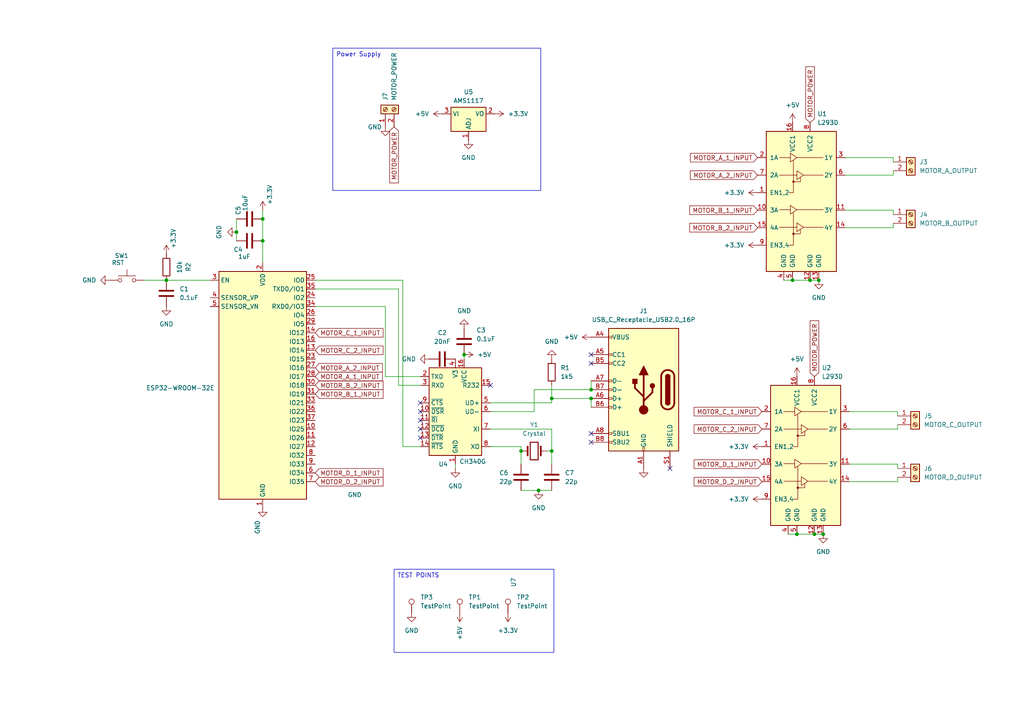
<source format=kicad_sch>
(kicad_sch (version 20250114) (generator "eeschema") (generator_version "9.0")
  (paper "A4")
  (lib_symbols
    (symbol "Connector:Screw_Terminal_01x02" (pin_names (offset 1.016) (hide yes))
      (property "Reference" "J" (at 0 2.54 0))
      (property "Value" "Screw_Terminal_01x02" (at 0 -5.08 0))
      (symbol "Screw_Terminal_01x02_1_1"
        (rectangle (start -1.27 1.27) (end 1.27 -3.81) (stroke (width 0.254)) (fill (type background)))
        (polyline (pts (xy -0.5334 0.3302) (xy 0.3302 -0.508)) (stroke (width 0.1524)))
        (polyline (pts (xy -0.5334 -2.2098) (xy 0.3302 -3.048)) (stroke (width 0.1524)))
        (polyline (pts (xy -0.3556 0.508) (xy 0.508 -0.3302)) (stroke (width 0.1524)))
        (polyline (pts (xy -0.3556 -2.032) (xy 0.508 -2.8702)) (stroke (width 0.1524)))
        (circle (center 0 0) (radius 0.635) (stroke (width 0.1524)))
        (circle (center 0 -2.54) (radius 0.635) (stroke (width 0.1524)))
        (pin passive line (at -5.08 0 0) (length 3.81) (name "Pin_1") (number "1"))
        (pin passive line (at -5.08 -2.54 0) (length 3.81) (name "Pin_2") (number "2"))
      )
    )
    (symbol "Connector:TestPoint" (pin_numbers (hide yes)) (pin_names (offset 0.762) (hide yes))
      (property "Reference" "TP" (at 0 6.858 0))
      (property "Value" "TestPoint" (at 0 5.08 0))
      (symbol "TestPoint_0_1"
        (circle (center 0 3.302) (radius 0.762))
      )
      (symbol "TestPoint_1_1"
        (pin passive line (at 0 0 90) (length 2.54) (name "1") (number "1"))
      )
    )
    (symbol "Connector:USB_C_Receptacle_USB2.0_16P" (pin_names (offset 1.016))
      (property "Reference" "J" (at 0 22.225 0))
      (property "Value" "USB_C_Receptacle_USB2.0_16P" (at 0 19.685 0))
      (symbol "USB_C_Receptacle_USB2.0_16P_0_0"
        (rectangle (start -0.254 -17.78) (end 0.254 -16.764))
        (rectangle (start 10.16 15.494) (end 9.144 14.986))
        (rectangle (start 10.16 10.414) (end 9.144 9.906))
        (rectangle (start 10.16 7.874) (end 9.144 7.366))
        (rectangle (start 10.16 2.794) (end 9.144 2.286))
        (rectangle (start 10.16 0.254) (end 9.144 -0.254))
        (rectangle (start 10.16 -2.286) (end 9.144 -2.794))
        (rectangle (start 10.16 -4.826) (end 9.144 -5.334))
        (rectangle (start 10.16 -12.446) (end 9.144 -12.954))
        (rectangle (start 10.16 -14.986) (end 9.144 -15.494))
      )
      (symbol "USB_C_Receptacle_USB2.0_16P_0_1"
        (rectangle (start -10.16 17.78) (end 10.16 -17.78) (stroke (width 0.254)) (fill (type background)))
        (polyline (pts (xy -8.89 -3.81) (xy -8.89 3.81)) (stroke (width 0.508)))
        (rectangle (start -7.62 -3.81) (end -6.35 3.81) (stroke (width 0.254)) (fill (type outline)))
        (arc (start -7.62 3.81) (mid -6.985 4.4423) (end -6.35 3.81) (stroke (width 0.254)))
        (arc (start -7.62 3.81) (mid -6.985 4.4423) (end -6.35 3.81) (stroke (width 0.254)) (fill (type outline)))
        (arc (start -8.89 3.81) (mid -6.985 5.7067) (end -5.08 3.81) (stroke (width 0.508)))
        (arc (start -5.08 -3.81) (mid -6.985 -5.7067) (end -8.89 -3.81) (stroke (width 0.508)))
        (arc (start -6.35 -3.81) (mid -6.985 -4.4423) (end -7.62 -3.81) (stroke (width 0.254)))
        (arc (start -6.35 -3.81) (mid -6.985 -4.4423) (end -7.62 -3.81) (stroke (width 0.254)) (fill (type outline)))
        (polyline (pts (xy -5.08 3.81) (xy -5.08 -3.81)) (stroke (width 0.508)))
        (circle (center -2.54 1.143) (radius 0.635) (stroke (width 0.254)) (fill (type outline)))
        (polyline (pts (xy -1.27 4.318) (xy 0 6.858) (xy 1.27 4.318) (xy -1.27 4.318)) (stroke (width 0.254)) (fill (type outline)))
        (polyline (pts (xy 0 -2.032) (xy 2.54 0.508) (xy 2.54 1.778)) (stroke (width 0.508)))
        (polyline (pts (xy 0 -3.302) (xy -2.54 -0.762) (xy -2.54 0.508)) (stroke (width 0.508)))
        (polyline (pts (xy 0 -5.842) (xy 0 4.318)) (stroke (width 0.508)))
        (circle (center 0 -5.842) (radius 1.27) (fill (type outline)))
        (rectangle (start 1.905 1.778) (end 3.175 3.048) (stroke (width 0.254)) (fill (type outline)))
      )
      (symbol "USB_C_Receptacle_USB2.0_16P_1_1"
        (pin passive line (at -7.62 -22.86 90) (length 5.08) (name "SHIELD") (number "S1"))
        (pin passive line (at 0 -22.86 90) (length 5.08) (name "GND") (number "A1"))
        (pin passive line (at 0 -22.86 90) (length 5.08) (hide yes) (name "GND") (number "A12"))
        (pin passive line (at 0 -22.86 90) (length 5.08) (hide yes) (name "GND") (number "B1"))
        (pin passive line (at 0 -22.86 90) (length 5.08) (hide yes) (name "GND") (number "B12"))
        (pin passive line (at 15.24 15.24 180) (length 5.08) (name "VBUS") (number "A4"))
        (pin passive line (at 15.24 15.24 180) (length 5.08) (hide yes) (name "VBUS") (number "A9"))
        (pin passive line (at 15.24 15.24 180) (length 5.08) (hide yes) (name "VBUS") (number "B4"))
        (pin passive line (at 15.24 15.24 180) (length 5.08) (hide yes) (name "VBUS") (number "B9"))
        (pin bidirectional line (at 15.24 10.16 180) (length 5.08) (name "CC1") (number "A5"))
        (pin bidirectional line (at 15.24 7.62 180) (length 5.08) (name "CC2") (number "B5"))
        (pin bidirectional line (at 15.24 2.54 180) (length 5.08) (name "D-") (number "A7"))
        (pin bidirectional line (at 15.24 0 180) (length 5.08) (name "D-") (number "B7"))
        (pin bidirectional line (at 15.24 -2.54 180) (length 5.08) (name "D+") (number "A6"))
        (pin bidirectional line (at 15.24 -5.08 180) (length 5.08) (name "D+") (number "B6"))
        (pin bidirectional line (at 15.24 -12.7 180) (length 5.08) (name "SBU1") (number "A8"))
        (pin bidirectional line (at 15.24 -15.24 180) (length 5.08) (name "SBU2") (number "B8"))
      )
    )
    (symbol "Device:C" (pin_numbers (hide yes)) (pin_names (offset 0.254))
      (property "Reference" "C" (at 0.635 2.54 0))
      (property "Value" "C" (at 0.635 -2.54 0))
      (symbol "C_0_1"
        (polyline (pts (xy -2.032 0.762) (xy 2.032 0.762)) (stroke (width 0.508)))
        (polyline (pts (xy -2.032 -0.762) (xy 2.032 -0.762)) (stroke (width 0.508)))
      )
      (symbol "C_1_1"
        (pin passive line (at 0 3.81 270) (length 2.794) (name "~") (number "1"))
        (pin passive line (at 0 -3.81 90) (length 2.794) (name "~") (number "2"))
      )
    )
    (symbol "Device:Crystal" (pin_numbers (hide yes)) (pin_names (offset 1.016) (hide yes))
      (property "Reference" "Y" (at 0 3.81 0))
      (property "Value" "Crystal" (at 0 -3.81 0))
      (symbol "Crystal_0_1"
        (polyline (pts (xy -2.54 0) (xy -1.905 0)))
        (polyline (pts (xy -1.905 -1.27) (xy -1.905 1.27)) (stroke (width 0.508)))
        (rectangle (start -1.143 2.54) (end 1.143 -2.54) (stroke (width 0.3048)))
        (polyline (pts (xy 1.905 -1.27) (xy 1.905 1.27)) (stroke (width 0.508)))
        (polyline (pts (xy 2.54 0) (xy 1.905 0)))
      )
      (symbol "Crystal_1_1"
        (pin passive line (at -3.81 0 0) (length 1.27) (name "1") (number "1"))
        (pin passive line (at 3.81 0 180) (length 1.27) (name "2") (number "2"))
      )
    )
    (symbol "Device:R" (pin_numbers (hide yes)) (pin_names (offset 0))
      (property "Reference" "R" (at 2.032 0 90))
      (property "Value" "R" (at 0 0 90))
      (symbol "R_0_1"
        (rectangle (start -1.016 -2.54) (end 1.016 2.54) (stroke (width 0.254)))
      )
      (symbol "R_1_1"
        (pin passive line (at 0 3.81 270) (length 1.27) (name "~") (number "1"))
        (pin passive line (at 0 -3.81 90) (length 1.27) (name "~") (number "2"))
      )
    )
    (symbol "Driver_Motor:L293D" (pin_names (offset 1.016))
      (property "Reference" "U" (at -5.08 26.035 0))
      (property "Value" "L293D" (at -5.08 24.13 0))
      (symbol "L293D_0_1"
        (rectangle (start -10.16 22.86) (end 10.16 -17.78) (stroke (width 0.254)) (fill (type background)))
        (polyline (pts (xy -6.35 15.24) (xy -3.175 15.24)))
        (polyline (pts (xy -6.35 10.16) (xy -1.27 10.16)))
        (polyline (pts (xy -6.35 0.127) (xy -3.175 0.127)))
        (polyline (pts (xy -6.35 -4.953) (xy -1.27 -4.953)))
        (polyline (pts (xy -3.175 16.51) (xy -3.175 13.97) (xy -1.27 15.24) (xy -3.175 16.51)))
        (polyline (pts (xy -3.175 1.397) (xy -3.175 -1.143) (xy -1.27 0.127) (xy -3.175 1.397)))
        (polyline (pts (xy -2.286 14.478) (xy -2.286 5.08) (xy -3.556 5.08)))
        (circle (center -2.286 8.255) (radius 0.254) (fill (type outline)))
        (polyline (pts (xy -2.286 8.255) (xy -0.254 8.255) (xy -0.254 9.525)))
        (polyline (pts (xy -2.286 -0.635) (xy -2.286 -10.16) (xy -3.556 -10.16)))
        (circle (center -2.286 -6.858) (radius 0.254) (fill (type outline)))
        (polyline (pts (xy -2.286 -6.858) (xy -0.254 -6.858) (xy -0.254 -5.588)))
        (polyline (pts (xy -1.27 15.24) (xy 6.35 15.24)))
        (polyline (pts (xy -1.27 11.43) (xy -1.27 8.89) (xy 0.635 10.16) (xy -1.27 11.43)))
        (polyline (pts (xy -1.27 0.127) (xy 6.35 0.127)))
        (polyline (pts (xy -1.27 -3.683) (xy -1.27 -6.223) (xy 0.635 -4.953) (xy -1.27 -3.683)))
        (polyline (pts (xy 0.635 10.16) (xy 6.35 10.16)))
        (polyline (pts (xy 0.635 -4.953) (xy 6.35 -4.953)))
      )
      (symbol "L293D_1_1"
        (pin input line (at -12.7 15.24 0) (length 2.54) (name "1A") (number "2"))
        (pin input line (at -12.7 10.16 0) (length 2.54) (name "2A") (number "7"))
        (pin input line (at -12.7 5.08 0) (length 2.54) (name "EN1,2") (number "1"))
        (pin input line (at -12.7 0 0) (length 2.54) (name "3A") (number "10"))
        (pin input line (at -12.7 -5.08 0) (length 2.54) (name "4A") (number "15"))
        (pin input line (at -12.7 -10.16 0) (length 2.54) (name "EN3,4") (number "9"))
        (pin power_in line (at -5.08 -20.32 90) (length 2.54) (name "GND") (number "4"))
        (pin power_in line (at -2.54 25.4 270) (length 2.54) (name "VCC1") (number "16"))
        (pin power_in line (at -2.54 -20.32 90) (length 2.54) (name "GND") (number "5"))
        (pin power_in line (at 2.54 25.4 270) (length 2.54) (name "VCC2") (number "8"))
        (pin power_in line (at 2.54 -20.32 90) (length 2.54) (name "GND") (number "12"))
        (pin power_in line (at 5.08 -20.32 90) (length 2.54) (name "GND") (number "13"))
        (pin output line (at 12.7 15.24 180) (length 2.54) (name "1Y") (number "3"))
        (pin output line (at 12.7 10.16 180) (length 2.54) (name "2Y") (number "6"))
        (pin output line (at 12.7 0 180) (length 2.54) (name "3Y") (number "11"))
        (pin output line (at 12.7 -5.08 180) (length 2.54) (name "4Y") (number "14"))
      )
    )
    (symbol "Interface_USB:CH340G"
      (property "Reference" "U" (at -5.08 13.97 0))
      (property "Value" "CH340G" (at 1.27 13.97 0))
      (symbol "CH340G_0_1"
        (rectangle (start -7.62 12.7) (end 7.62 -12.7) (stroke (width 0.254)) (fill (type background)))
      )
      (symbol "CH340G_1_1"
        (pin input line (at -10.16 7.62 0) (length 2.54) (name "R232") (number "15"))
        (pin bidirectional line (at -10.16 2.54 0) (length 2.54) (name "UD+") (number "5"))
        (pin bidirectional line (at -10.16 0 0) (length 2.54) (name "UD-") (number "6"))
        (pin input line (at -10.16 -5.08 0) (length 2.54) (name "XI") (number "7"))
        (pin output line (at -10.16 -10.16 0) (length 2.54) (name "XO") (number "8"))
        (pin power_in line (at -2.54 15.24 270) (length 2.54) (name "VCC") (number "16"))
        (pin power_out line (at 0 15.24 270) (length 2.54) (name "V3") (number "4"))
        (pin power_in line (at 0 -15.24 90) (length 2.54) (name "GND") (number "1"))
        (pin output line (at 10.16 10.16 180) (length 2.54) (name "TXD") (number "2"))
        (pin input line (at 10.16 7.62 180) (length 2.54) (name "RXD") (number "3"))
        (pin input line (at 10.16 2.54 180) (length 2.54) (name "~{CTS}") (number "9"))
        (pin input line (at 10.16 0 180) (length 2.54) (name "~{DSR}") (number "10"))
        (pin input line (at 10.16 -2.54 180) (length 2.54) (name "~{RI}") (number "11"))
        (pin input line (at 10.16 -5.08 180) (length 2.54) (name "~{DCD}") (number "12"))
        (pin output line (at 10.16 -7.62 180) (length 2.54) (name "~{DTR}") (number "13"))
        (pin output line (at 10.16 -10.16 180) (length 2.54) (name "~{RTS}") (number "14"))
      )
    )
    (symbol "RF_Module:ESP32-WROOM-32E"
      (property "Reference" "U" (at -12.7 34.29 0))
      (property "Value" "ESP32-WROOM-32E" (at 1.27 34.29 0))
      (symbol "ESP32-WROOM-32E_0_1"
        (rectangle (start -12.7 33.02) (end 12.7 -33.02) (stroke (width 0.254)) (fill (type background)))
      )
      (symbol "ESP32-WROOM-32E_1_1"
        (pin input line (at -15.24 30.48 0) (length 2.54) (name "EN") (number "3"))
        (pin input line (at -15.24 25.4 0) (length 2.54) (name "SENSOR_VP") (number "4"))
        (pin input line (at -15.24 22.86 0) (length 2.54) (name "SENSOR_VN") (number "5"))
        (pin no_connect line (at -12.7 0 0) (length 2.54) (hide yes) (name "NC") (number "21"))
        (pin no_connect line (at -12.7 -2.54 0) (length 2.54) (hide yes) (name "NC") (number "22"))
        (pin no_connect line (at -12.7 -5.08 0) (length 2.54) (hide yes) (name "NC") (number "17"))
        (pin no_connect line (at -12.7 -7.62 0) (length 2.54) (hide yes) (name "NC") (number "18"))
        (pin no_connect line (at -12.7 -10.16 0) (length 2.54) (hide yes) (name "NC") (number "20"))
        (pin no_connect line (at -12.7 -12.7 0) (length 2.54) (hide yes) (name "NC") (number "19"))
        (pin no_connect line (at -12.7 -27.94 0) (length 2.54) (hide yes) (name "NC") (number "32"))
        (pin power_in line (at 0 35.56 270) (length 2.54) (name "VDD") (number "2"))
        (pin power_in line (at 0 -35.56 90) (length 2.54) (name "GND") (number "1"))
        (pin passive line (at 0 -35.56 90) (length 2.54) (hide yes) (name "GND") (number "15"))
        (pin passive line (at 0 -35.56 90) (length 2.54) (hide yes) (name "GND") (number "38"))
        (pin passive line (at 0 -35.56 90) (length 2.54) (hide yes) (name "GND") (number "39"))
        (pin bidirectional line (at 15.24 30.48 180) (length 2.54) (name "IO0") (number "25"))
        (pin bidirectional line (at 15.24 27.94 180) (length 2.54) (name "TXD0/IO1") (number "35"))
        (pin bidirectional line (at 15.24 25.4 180) (length 2.54) (name "IO2") (number "24"))
        (pin bidirectional line (at 15.24 22.86 180) (length 2.54) (name "RXD0/IO3") (number "34"))
        (pin bidirectional line (at 15.24 20.32 180) (length 2.54) (name "IO4") (number "26"))
        (pin bidirectional line (at 15.24 17.78 180) (length 2.54) (name "IO5") (number "29"))
        (pin bidirectional line (at 15.24 15.24 180) (length 2.54) (name "IO12") (number "14"))
        (pin bidirectional line (at 15.24 12.7 180) (length 2.54) (name "IO13") (number "16"))
        (pin bidirectional line (at 15.24 10.16 180) (length 2.54) (name "IO14") (number "13"))
        (pin bidirectional line (at 15.24 7.62 180) (length 2.54) (name "IO15") (number "23"))
        (pin bidirectional line (at 15.24 5.08 180) (length 2.54) (name "IO16") (number "27"))
        (pin bidirectional line (at 15.24 2.54 180) (length 2.54) (name "IO17") (number "28"))
        (pin bidirectional line (at 15.24 0 180) (length 2.54) (name "IO18") (number "30"))
        (pin bidirectional line (at 15.24 -2.54 180) (length 2.54) (name "IO19") (number "31"))
        (pin bidirectional line (at 15.24 -5.08 180) (length 2.54) (name "IO21") (number "33"))
        (pin bidirectional line (at 15.24 -7.62 180) (length 2.54) (name "IO22") (number "36"))
        (pin bidirectional line (at 15.24 -10.16 180) (length 2.54) (name "IO23") (number "37"))
        (pin bidirectional line (at 15.24 -12.7 180) (length 2.54) (name "IO25") (number "10"))
        (pin bidirectional line (at 15.24 -15.24 180) (length 2.54) (name "IO26") (number "11"))
        (pin bidirectional line (at 15.24 -17.78 180) (length 2.54) (name "IO27") (number "12"))
        (pin bidirectional line (at 15.24 -20.32 180) (length 2.54) (name "IO32") (number "8"))
        (pin bidirectional line (at 15.24 -22.86 180) (length 2.54) (name "IO33") (number "9"))
        (pin input line (at 15.24 -25.4 180) (length 2.54) (name "IO34") (number "6"))
        (pin input line (at 15.24 -27.94 180) (length 2.54) (name "IO35") (number "7"))
      )
    )
    (symbol "Regulator_Linear:AMS1117"
      (property "Reference" "U" (at -3.81 3.175 0))
      (property "Value" "AMS1117" (at 0 3.175 0))
      (symbol "AMS1117_0_1"
        (rectangle (start -5.08 -5.08) (end 5.08 1.905) (stroke (width 0.254)) (fill (type background)))
      )
      (symbol "AMS1117_1_1"
        (pin power_in line (at -7.62 0 0) (length 2.54) (name "VI") (number "3"))
        (pin input line (at 0 -7.62 90) (length 2.54) (name "ADJ") (number "1"))
        (pin power_out line (at 7.62 0 180) (length 2.54) (name "VO") (number "2"))
      )
    )
    (symbol "Switch:SW_Push" (pin_numbers (hide yes)) (pin_names (offset 1.016) (hide yes))
      (property "Reference" "SW" (at 1.27 2.54 0))
      (property "Value" "SW_Push" (at 0 -1.524 0))
      (symbol "SW_Push_0_1"
        (circle (center -2.032 0) (radius 0.508))
        (polyline (pts (xy 0 1.27) (xy 0 3.048)))
        (circle (center 2.032 0) (radius 0.508))
        (polyline (pts (xy 2.54 1.27) (xy -2.54 1.27)))
        (pin passive line (at -5.08 0 0) (length 2.54) (name "1") (number "1"))
        (pin passive line (at 5.08 0 180) (length 2.54) (name "2") (number "2"))
      )
    )
    (symbol "power:+3.3V" (power) (pin_numbers (hide yes)) (pin_names (offset 0) (hide yes))
      (property "Value" "+3.3V" (at 0 3.556 0))
      (symbol "+3.3V_0_1"
        (polyline (pts (xy -0.762 1.27) (xy 0 2.54)))
        (polyline (pts (xy 0 2.54) (xy 0.762 1.27)))
        (polyline (pts (xy 0 0) (xy 0 2.54)))
      )
      (symbol "+3.3V_1_1"
        (pin power_in line (at 0 0 90) (length 0) (name "~") (number "1"))
      )
    )
    (symbol "power:+5V" (power) (pin_numbers (hide yes)) (pin_names (offset 0) (hide yes))
      (property "Value" "+5V" (at 0 3.556 0))
      (symbol "+5V_0_1"
        (polyline (pts (xy -0.762 1.27) (xy 0 2.54)))
        (polyline (pts (xy 0 2.54) (xy 0.762 1.27)))
        (polyline (pts (xy 0 0) (xy 0 2.54)))
      )
      (symbol "+5V_1_1"
        (pin power_in line (at 0 0 90) (length 0) (name "~") (number "1"))
      )
    )
    (symbol "power:GND" (power) (pin_numbers (hide yes)) (pin_names (offset 0) (hide yes))
      (property "Value" "GND" (at 0 -3.81 0))
      (symbol "GND_0_1"
        (polyline (pts (xy 0 0) (xy 0 -1.27) (xy 1.27 -1.27) (xy 0 -2.54) (xy -1.27 -1.27) (xy 0 -1.27)))
      )
      (symbol "GND_1_1"
        (pin power_in line (at 0 0 270) (length 0) (name "~") (number "1"))
      )
    )
  )
  (text_box "TEST POINTS\n" (at 114.3 165.1 0) (size 46.355 24.13) (margins 0.9525 0.9525 0.9525 0.9525) (effects (font (size 1.27 1.27)) (justify left top)))
  (text_box "Power Supply\n" (at 96.52 13.97 0) (size 60.325 41.275) (margins 0.9525 0.9525 0.9525 0.9525) (effects (font (size 1.27 1.27)) (justify left top)))
  (junction (at 236.22 154.94))
  (junction (at 231.14 154.94))
  (junction (at 229.87 81.28))
  (junction (at 48.26 81.28))
  (junction (at 160.02 115.57))
  (junction (at 68.58 67.31))
  (junction (at 234.95 81.28))
  (junction (at 134.62 102.87))
  (junction (at 171.45 115.57))
  (junction (at 238.76 154.94))
  (junction (at 160.02 130.81))
  (junction (at 151.13 130.81))
  (junction (at 156.21 142.24))
  (junction (at 76.2 69.85))
  (junction (at 76.2 63.5))
  (junction (at 237.49 81.28))
  (junction (at 171.45 113.03))
  (no_connect (at 121.92 116.84))
  (no_connect (at 142.24 111.76))
  (no_connect (at 171.45 105.41))
  (no_connect (at 121.92 121.92))
  (no_connect (at 121.92 124.46))
  (no_connect (at 171.45 125.73))
  (no_connect (at 171.45 128.27))
  (no_connect (at 121.92 119.38))
  (no_connect (at 171.45 102.87))
  (no_connect (at 121.92 127))
  (no_connect (at 194.31 135.89))
  (wire (pts (xy 41.91 81.28) (xy 48.26 81.28)))
  (wire (pts (xy 154.94 113.03) (xy 171.45 113.03)))
  (wire (pts (xy 151.13 130.81) (xy 151.13 134.62)))
  (wire (pts (xy 48.26 81.28) (xy 60.96 81.28)))
  (wire (pts (xy 227.33 81.28) (xy 229.87 81.28)))
  (wire (pts (xy 260.35 134.62) (xy 260.35 135.89)))
  (wire (pts (xy 259.08 46.99) (xy 259.08 45.72)))
  (wire (pts (xy 154.94 119.38) (xy 154.94 113.03)))
  (wire (pts (xy 245.11 60.96) (xy 259.08 60.96)))
  (wire (pts (xy 260.35 119.38) (xy 260.35 120.65)))
  (wire (pts (xy 259.08 45.72) (xy 245.11 45.72)))
  (wire (pts (xy 160.02 130.81) (xy 160.02 134.62)))
  (wire (pts (xy 259.08 60.96) (xy 259.08 62.23)))
  (wire (pts (xy 228.6 154.94) (xy 231.14 154.94)))
  (wire (pts (xy 151.13 129.54) (xy 151.13 130.81)))
  (wire (pts (xy 160.02 111.76) (xy 160.02 115.57)))
  (wire (pts (xy 245.11 66.04) (xy 259.08 66.04)))
  (wire (pts (xy 111.76 88.9) (xy 91.44 88.9)))
  (wire (pts (xy 160.02 115.57) (xy 171.45 115.57)))
  (wire (pts (xy 160.02 116.84) (xy 160.02 115.57)))
  (wire (pts (xy 245.11 50.8) (xy 259.08 50.8)))
  (wire (pts (xy 160.02 130.81) (xy 158.75 130.81)))
  (wire (pts (xy 116.84 129.54) (xy 116.84 81.28)))
  (wire (pts (xy 68.58 63.5) (xy 68.58 67.31)))
  (wire (pts (xy 134.62 102.87) (xy 134.62 104.14)))
  (wire (pts (xy 76.2 60.96) (xy 76.2 63.5)))
  (wire (pts (xy 234.95 81.28) (xy 237.49 81.28)))
  (wire (pts (xy 121.92 109.22) (xy 111.76 109.22)))
  (wire (pts (xy 68.58 67.31) (xy 68.58 69.85)))
  (wire (pts (xy 76.2 63.5) (xy 76.2 69.85)))
  (wire (pts (xy 115.57 83.82) (xy 91.44 83.82)))
  (wire (pts (xy 231.14 154.94) (xy 236.22 154.94)))
  (wire (pts (xy 156.21 142.24) (xy 160.02 142.24)))
  (wire (pts (xy 246.38 124.46) (xy 260.35 124.46)))
  (wire (pts (xy 229.87 81.28) (xy 234.95 81.28)))
  (wire (pts (xy 76.2 69.85) (xy 76.2 76.2)))
  (wire (pts (xy 151.13 142.24) (xy 156.21 142.24)))
  (wire (pts (xy 121.92 129.54) (xy 116.84 129.54)))
  (wire (pts (xy 115.57 111.76) (xy 115.57 83.82)))
  (wire (pts (xy 116.84 81.28) (xy 91.44 81.28)))
  (wire (pts (xy 246.38 139.7) (xy 260.35 139.7)))
  (wire (pts (xy 259.08 50.8) (xy 259.08 49.53)))
  (wire (pts (xy 259.08 66.04) (xy 259.08 64.77)))
  (wire (pts (xy 246.38 134.62) (xy 260.35 134.62)))
  (wire (pts (xy 260.35 124.46) (xy 260.35 123.19)))
  (wire (pts (xy 160.02 124.46) (xy 160.02 130.81)))
  (wire (pts (xy 171.45 115.57) (xy 171.45 118.11)))
  (wire (pts (xy 142.24 129.54) (xy 151.13 129.54)))
  (wire (pts (xy 142.24 124.46) (xy 160.02 124.46)))
  (wire (pts (xy 142.24 116.84) (xy 160.02 116.84)))
  (wire (pts (xy 171.45 110.49) (xy 171.45 113.03)))
  (wire (pts (xy 121.92 111.76) (xy 115.57 111.76)))
  (wire (pts (xy 111.76 109.22) (xy 111.76 88.9)))
  (wire (pts (xy 236.22 154.94) (xy 238.76 154.94)))
  (wire (pts (xy 260.35 139.7) (xy 260.35 138.43)))
  (wire (pts (xy 132.08 135.89) (xy 132.08 134.62)))
  (wire (pts (xy 246.38 119.38) (xy 260.35 119.38)))
  (wire (pts (xy 142.24 119.38) (xy 154.94 119.38)))
  (global_label "MOTOR_A_1_INPUT" (shape input) (at 91.44 109.22 0) (property "Intersheetrefs" "${INTERSHEET_REFS}" (effects (hide yes))))
  (global_label "MOTOR_D_1_INPUT" (shape input) (at 91.44 137.16 0) (property "Intersheetrefs" "${INTERSHEET_REFS}" (effects (hide yes))))
  (global_label "MOTOR_D_2_INPUT" (shape input) (at 91.44 139.7 0) (property "Intersheetrefs" "${INTERSHEET_REFS}" (effects (hide yes))))
  (global_label "MOTOR_POWER" (shape input) (at 114.3 36.83 270) (property "Intersheetrefs" "${INTERSHEET_REFS}" (effects (hide yes))))
  (global_label "MOTOR_D_2_INPUT" (shape input) (at 220.98 139.7 180) (property "Intersheetrefs" "${INTERSHEET_REFS}" (effects (hide yes))))
  (global_label "MOTOR_C_2_INPUT" (shape input) (at 91.44 101.6 0) (property "Intersheetrefs" "${INTERSHEET_REFS}" (effects (hide yes))))
  (global_label "MOTOR_POWER" (shape input) (at 234.95 35.56 90) (property "Intersheetrefs" "${INTERSHEET_REFS}" (effects (hide yes))))
  (global_label "MOTOR_A_1_INPUT" (shape input) (at 219.71 45.72 180) (property "Intersheetrefs" "${INTERSHEET_REFS}" (effects (hide yes))))
  (global_label "MOTOR_B_2_INPUT" (shape input) (at 219.71 66.04 180) (property "Intersheetrefs" "${INTERSHEET_REFS}" (effects (hide yes))))
  (global_label "MOTOR_POWER" (shape input) (at 236.22 109.22 90) (property "Intersheetrefs" "${INTERSHEET_REFS}" (effects (hide yes))))
  (global_label "MOTOR_B_1_INPUT" (shape input) (at 219.71 60.96 180) (property "Intersheetrefs" "${INTERSHEET_REFS}" (effects (hide yes))))
  (global_label "MOTOR_C_1_INPUT" (shape input) (at 91.44 96.52 0) (property "Intersheetrefs" "${INTERSHEET_REFS}" (effects (hide yes))))
  (global_label "MOTOR_A_2_INPUT" (shape input) (at 91.44 106.68 0) (property "Intersheetrefs" "${INTERSHEET_REFS}" (effects (hide yes))))
  (global_label "MOTOR_B_1_INPUT" (shape input) (at 91.44 114.3 0) (property "Intersheetrefs" "${INTERSHEET_REFS}" (effects (hide yes))))
  (global_label "MOTOR_C_1_INPUT" (shape input) (at 220.98 119.38 180) (property "Intersheetrefs" "${INTERSHEET_REFS}" (effects (hide yes))))
  (global_label "MOTOR_B_2_INPUT" (shape input) (at 91.44 111.76 0) (property "Intersheetrefs" "${INTERSHEET_REFS}" (effects (hide yes))))
  (global_label "MOTOR_D_1_INPUT" (shape input) (at 220.98 134.62 180) (property "Intersheetrefs" "${INTERSHEET_REFS}" (effects (hide yes))))
  (global_label "MOTOR_C_2_INPUT" (shape input) (at 220.98 124.46 180) (property "Intersheetrefs" "${INTERSHEET_REFS}" (effects (hide yes))))
  (global_label "MOTOR_A_2_INPUT" (shape input) (at 219.71 50.8 180) (property "Intersheetrefs" "${INTERSHEET_REFS}" (effects (hide yes))))
  (symbol (lib_id "Driver_Motor:L293D") (at 233.68 134.62 0) (unit 1)
    (property "Reference" "U2" (at 238.3633 106.68 0) (effects (justify left)))
    (property "Value" "L293D" (at 238.3633 109.22 0) (effects (justify left)))
    (property "Footprint" "Package_DIP:DIP-16_W7.62mm_Socket" (effects (hide yes)))
    (property "Datasheet" "http://www.ti.com/lit/ds/symlink/l293.pdf" (effects (hide yes)))
    (property "Description" "Quadruple Half-H Drivers" (effects (hide yes)))
  )
  (symbol (lib_id "power:GND") (at 124.46 104.14 270) (unit 1)
    (property "Reference" "#PWR019" (effects (hide yes)))
    (property "Value" "GND" (at 120.65 104.1399 90) (effects (justify right)))
    (property "Description" "Power symbol creates a global label with name \"GND\" , ground" (effects (hide yes)))
  )
  (symbol (lib_id "power:+5V") (at 133.35 177.8 0) (mirror x) (unit 1)
    (property "Reference" "#PWR023" (effects (hide yes)))
    (property "Value" "+5V" (at 133.3501 181.61 90) (effects (justify left)))
    (property "Description" "Power symbol creates a global label with name \"+5V\"" (effects (hide yes)))
  )
  (symbol (lib_id "RF_Module:ESP32-WROOM-32E") (at 76.2 111.76 0) (unit 1)
    (property "Reference" "U7" (at 148.9554 168.91 90))
    (property "Value" "ESP32-WROOM-32E" (at 52.324 112.522 0))
    (property "Footprint" "RF_Module:ESP32-WROOM-32D" (effects (hide yes)))
    (property "Datasheet" "https://www.espressif.com/sites/default/files/documentation/esp32-wroom-32e_esp32-wroom-32ue_datasheet_en.pdf" (effects (hide yes)))
    (property "Description" "RF Module, ESP32-D0WD-V3 SoC, without PSRAM, Wi-Fi 802.11b/g/n, Bluetooth, BLE, 32-bit, 2.7-3.6V, onboard antenna, SMD" (effects (hide yes)))
  )
  (symbol (lib_id "Connector:Screw_Terminal_01x02") (at 265.43 135.89 0) (unit 1)
    (property "Reference" "J6" (at 267.97 135.8899 0) (effects (justify left)))
    (property "Value" "MOTOR_D_OUTPUT" (at 267.97 138.4299 0) (effects (justify left)))
    (property "Footprint" "TerminalBlock:TerminalBlock_Xinya_XY308-2.54-2P_1x02_P2.54mm_Horizontal" (effects (hide yes)))
    (property "Description" "Generic screw terminal, single row, 01x02, script generated (kicad-library-utils/schlib/autogen/connector/)" (effects (hide yes)))
  )
  (symbol (lib_id "Driver_Motor:L293D") (at 232.41 60.96 0) (unit 1)
    (property "Reference" "U1" (at 237.0933 33.02 0) (effects (justify left)))
    (property "Value" "L293D" (at 237.0933 35.56 0) (effects (justify left)))
    (property "Footprint" "Package_DIP:DIP-16_W7.62mm_Socket" (effects (hide yes)))
    (property "Datasheet" "http://www.ti.com/lit/ds/symlink/l293.pdf" (effects (hide yes)))
    (property "Description" "Quadruple Half-H Drivers" (effects (hide yes)))
  )
  (symbol (lib_id "power:GND") (at 135.89 40.64 0) (unit 1)
    (property "Reference" "#PWR012" (effects (hide yes)))
    (property "Value" "GND" (at 135.89 45.72 0))
    (property "Description" "Power symbol creates a global label with name \"GND\" , ground" (effects (hide yes)))
  )
  (symbol (lib_id "Connector:Screw_Terminal_01x02") (at 111.76 31.75 90) (unit 1)
    (property "Reference" "J7" (at 111.7599 29.21 0) (effects (justify left)))
    (property "Value" "MOTOR_POWER" (at 114.2999 29.21 0) (effects (justify left)))
    (property "Footprint" "TerminalBlock:TerminalBlock_Xinya_XY308-2.54-2P_1x02_P2.54mm_Horizontal" (effects (hide yes)))
    (property "Description" "Generic screw terminal, single row, 01x02, script generated (kicad-library-utils/schlib/autogen/connector/)" (effects (hide yes)))
  )
  (symbol (lib_id "power:+3.3V") (at 219.71 55.88 90) (unit 1)
    (property "Reference" "#PWR017" (effects (hide yes)))
    (property "Value" "+3.3V" (at 215.9 55.8799 90) (effects (justify left)))
    (property "Description" "Power symbol creates a global label with name \"+3.3V\"" (effects (hide yes)))
  )
  (symbol (lib_id "Connector:TestPoint") (at 133.35 177.8 0) (unit 1)
    (property "Reference" "TP1" (at 135.89 173.2279 0) (effects (justify left)))
    (property "Value" "TestPoint" (at 135.89 175.7679 0) (effects (justify left)))
    (property "Footprint" "Connector_Pin:Pin_D0.7mm_L6.5mm_W1.8mm_FlatFork" (effects (hide yes)))
    (property "Description" "test point" (effects (hide yes)))
  )
  (symbol (lib_id "power:GND") (at 237.49 81.28 0) (unit 1)
    (property "Reference" "#PWR02" (effects (hide yes)))
    (property "Value" "GND" (at 237.49 86.36 0))
    (property "Description" "Power symbol creates a global label with name \"GND\" , ground" (effects (hide yes)))
  )
  (symbol (lib_id "power:GND") (at 156.21 142.24 0) (unit 1)
    (property "Reference" "#PWR020" (effects (hide yes)))
    (property "Value" "GND" (at 156.21 147.32 0))
    (property "Description" "Power symbol creates a global label with name \"GND\" , ground" (effects (hide yes)))
  )
  (symbol (lib_id "Device:C") (at 72.39 69.85 270) (unit 1)
    (property "Reference" "C4" (at 69.088 72.39 90))
    (property "Value" "1uF" (at 70.866 74.422 90))
    (property "Footprint" "Capacitor_SMD:C_0805_2012Metric" (effects (hide yes)))
    (property "Description" "Unpolarized capacitor" (effects (hide yes)))
  )
  (symbol (lib_id "Connector:Screw_Terminal_01x02") (at 265.43 120.65 0) (unit 1)
    (property "Reference" "J5" (at 267.97 120.6499 0) (effects (justify left)))
    (property "Value" "MOTOR_C_OUTPUT" (at 267.97 123.1899 0) (effects (justify left)))
    (property "Footprint" "TerminalBlock:TerminalBlock_Xinya_XY308-2.54-2P_1x02_P2.54mm_Horizontal" (effects (hide yes)))
    (property "Description" "Generic screw terminal, single row, 01x02, script generated (kicad-library-utils/schlib/autogen/connector/)" (effects (hide yes)))
  )
  (symbol (lib_id "power:GND") (at 111.76 36.83 0) (unit 1)
    (property "Reference" "#PWR035" (effects (hide yes)))
    (property "Value" "GND" (at 108.712 36.83 0))
    (property "Description" "Power symbol creates a global label with name \"GND\" , ground" (effects (hide yes)))
  )
  (symbol (lib_id "power:+3.3V") (at 147.32 177.8 180) (unit 1)
    (property "Reference" "#PWR024" (effects (hide yes)))
    (property "Value" "+3.3V" (at 147.32 182.88 0))
    (property "Description" "Power symbol creates a global label with name \"+3.3V\"" (effects (hide yes)))
  )
  (symbol (lib_id "Device:C") (at 128.27 104.14 270) (unit 1)
    (property "Reference" "C2" (at 128.27 96.52 90))
    (property "Value" "20nF" (at 128.27 99.06 90))
    (property "Footprint" "Capacitor_SMD:C_0805_2012Metric" (effects (hide yes)))
    (property "Description" "Unpolarized capacitor" (effects (hide yes)))
  )
  (symbol (lib_id "Device:C") (at 160.02 138.43 0) (unit 1)
    (property "Reference" "C7" (at 163.83 137.1599 0) (effects (justify left)))
    (property "Value" "22p" (at 163.83 139.6999 0) (effects (justify left)))
    (property "Footprint" "Capacitor_SMD:C_0805_2012Metric" (effects (hide yes)))
    (property "Description" "Unpolarized capacitor" (effects (hide yes)))
  )
  (symbol (lib_id "Connector:TestPoint") (at 119.38 177.8 0) (unit 1)
    (property "Reference" "TP3" (at 121.92 173.2279 0) (effects (justify left)))
    (property "Value" "TestPoint" (at 121.92 175.7679 0) (effects (justify left)))
    (property "Footprint" "Connector_Pin:Pin_D0.7mm_L6.5mm_W1.8mm_FlatFork" (effects (hide yes)))
    (property "Description" "test point" (effects (hide yes)))
  )
  (symbol (lib_id "power:+5V") (at 128.27 33.02 90) (unit 1)
    (property "Reference" "#PWR011" (effects (hide yes)))
    (property "Value" "+5V" (at 124.46 33.0199 90) (effects (justify left)))
    (property "Description" "Power symbol creates a global label with name \"+5V\"" (effects (hide yes)))
  )
  (symbol (lib_id "Connector:USB_C_Receptacle_USB2.0_16P") (at 186.69 113.03 0) (mirror y) (unit 1)
    (property "Reference" "J1" (at 186.69 90.17 0))
    (property "Value" "USB_C_Receptacle_USB2.0_16P" (at 186.69 92.71 0))
    (property "Footprint" "Connector_USB:USB_C_Receptacle_G-Switch_GT-USB-7010ASV" (effects (hide yes)))
    (property "Datasheet" "https://www.usb.org/sites/default/files/documents/usb_type-c.zip" (effects (hide yes)))
    (property "Description" "USB 2.0-only 16P Type-C Receptacle connector" (effects (hide yes)))
  )
  (symbol (lib_id "power:+5V") (at 231.14 109.22 0) (unit 1)
    (property "Reference" "#PWR026" (effects (hide yes)))
    (property "Value" "+5V" (at 231.14 104.14 0))
    (property "Description" "Power symbol creates a global label with name \"+5V\"" (effects (hide yes)))
  )
  (symbol (lib_id "Device:C") (at 134.62 99.06 0) (unit 1)
    (property "Reference" "C3" (at 138.176 95.758 0) (effects (justify left)))
    (property "Value" "0.1uF" (at 138.176 98.298 0) (effects (justify left)))
    (property "Footprint" "Capacitor_SMD:C_0805_2012Metric" (effects (hide yes)))
    (property "Description" "Unpolarized capacitor" (effects (hide yes)))
  )
  (symbol (lib_id "Device:C") (at 48.26 85.09 0) (unit 1)
    (property "Reference" "C1" (at 52.07 83.8199 0) (effects (justify left)))
    (property "Value" "0.1uF" (at 52.07 86.3599 0) (effects (justify left)))
    (property "Footprint" "Capacitor_SMD:C_0805_2012Metric" (effects (hide yes)))
    (property "Description" "Unpolarized capacitor" (effects (hide yes)))
  )
  (symbol (lib_id "power:GND") (at 238.76 154.94 0) (unit 1)
    (property "Reference" "#PWR01" (effects (hide yes)))
    (property "Value" "GND" (at 238.76 160.02 0))
    (property "Description" "Power symbol creates a global label with name \"GND\" , ground" (effects (hide yes)))
  )
  (symbol (lib_id "power:+3.3V") (at 220.98 129.54 90) (unit 1)
    (property "Reference" "#PWR016" (effects (hide yes)))
    (property "Value" "+3.3V" (at 217.17 129.5399 90) (effects (justify left)))
    (property "Description" "Power symbol creates a global label with name \"+3.3V\"" (effects (hide yes)))
  )
  (symbol (lib_id "Interface_USB:CH340G") (at 132.08 119.38 0) (mirror y) (unit 1)
    (property "Reference" "U4" (at 129.9367 134.62 0) (effects (justify left)))
    (property "Value" "CH340G" (at 140.97 133.858 0) (effects (justify left)))
    (property "Footprint" "Package_SO:SOIC-16_3.9x9.9mm_P1.27mm" (effects (hide yes)))
    (property "Datasheet" "https://static.efetividade.net/img/ch340g-datasheet-34852.pdf" (effects (hide yes)))
    (property "Description" "USB serial converter, UART, SOIC-16" (effects (hide yes)))
  )
  (symbol (lib_id "power:GND") (at 68.58 67.31 270) (unit 1)
    (property "Reference" "#PWR029" (effects (hide yes)))
    (property "Value" "GND" (at 63.5 67.31 0))
    (property "Description" "Power symbol creates a global label with name \"GND\" , ground" (effects (hide yes)))
  )
  (symbol (lib_id "power:GND") (at 132.08 135.89 0) (unit 1)
    (property "Reference" "#PWR018" (effects (hide yes)))
    (property "Value" "GND" (at 132.08 140.97 0))
    (property "Description" "Power symbol creates a global label with name \"GND\" , ground" (effects (hide yes)))
  )
  (symbol (lib_id "Device:Crystal") (at 154.94 130.81 0) (unit 1)
    (property "Reference" "Y1" (at 154.94 123.19 0))
    (property "Value" "Crystal" (at 154.94 125.73 0))
    (property "Footprint" "Crystal:Crystal_HC49-4H_Vertical" (effects (hide yes)))
    (property "Description" "Two pin crystal" (effects (hide yes)))
  )
  (symbol (lib_id "power:+5V") (at 171.45 97.79 90) (unit 1)
    (property "Reference" "#PWR05" (effects (hide yes)))
    (property "Value" "+5V" (at 167.64 97.7899 90) (effects (justify left)))
    (property "Description" "Power symbol creates a global label with name \"+5V\"" (effects (hide yes)))
  )
  (symbol (lib_id "power:+3.3V") (at 220.98 144.78 90) (unit 1)
    (property "Reference" "#PWR015" (effects (hide yes)))
    (property "Value" "+3.3V" (at 217.17 144.7799 90) (effects (justify left)))
    (property "Description" "Power symbol creates a global label with name \"+3.3V\"" (effects (hide yes)))
  )
  (symbol (lib_id "Regulator_Linear:AMS1117") (at 135.89 33.02 0) (unit 1)
    (property "Reference" "U5" (at 135.89 26.67 0))
    (property "Value" "AMS1117" (at 135.89 29.21 0))
    (property "Footprint" "Package_TO_SOT_SMD:SOT-223-3_TabPin2" (effects (hide yes)))
    (property "Datasheet" "http://www.advanced-monolithic.com/pdf/ds1117.pdf" (effects (hide yes)))
    (property "Description" "1A Low Dropout regulator, positive, adjustable output, SOT-223" (effects (hide yes)))
  )
  (symbol (lib_id "power:+3.3V") (at 143.51 33.02 270) (unit 1)
    (property "Reference" "#PWR013" (effects (hide yes)))
    (property "Value" "+3.3V" (at 147.32 33.0199 90) (effects (justify left)))
    (property "Description" "Power symbol creates a global label with name \"+3.3V\"" (effects (hide yes)))
  )
  (symbol (lib_id "power:+5V") (at 229.87 35.56 0) (unit 1)
    (property "Reference" "#PWR025" (effects (hide yes)))
    (property "Value" "+5V" (at 229.87 30.48 0))
    (property "Description" "Power symbol creates a global label with name \"+5V\"" (effects (hide yes)))
  )
  (symbol (lib_id "Connector:Screw_Terminal_01x02") (at 264.16 46.99 0) (unit 1)
    (property "Reference" "J3" (at 266.7 46.9899 0) (effects (justify left)))
    (property "Value" "MOTOR_A_OUTPUT" (at 266.7 49.5299 0) (effects (justify left)))
    (property "Footprint" "TerminalBlock:TerminalBlock_Xinya_XY308-2.54-2P_1x02_P2.54mm_Horizontal" (effects (hide yes)))
    (property "Description" "Generic screw terminal, single row, 01x02, script generated (kicad-library-utils/schlib/autogen/connector/)" (effects (hide yes)))
  )
  (symbol (lib_id "power:GND") (at 119.38 177.8 0) (unit 1)
    (property "Reference" "#PWR022" (effects (hide yes)))
    (property "Value" "GND" (at 119.38 182.88 0))
    (property "Description" "Power symbol creates a global label with name \"GND\" , ground" (effects (hide yes)))
  )
  (symbol (lib_id "power:GND") (at 48.26 88.9 0) (unit 1)
    (property "Reference" "#PWR033" (effects (hide yes)))
    (property "Value" "GND" (at 48.26 93.98 0))
    (property "Description" "Power symbol creates a global label with name \"GND\" , ground" (effects (hide yes)))
  )
  (symbol (lib_id "Switch:SW_Push") (at 36.83 81.28 0) (unit 1)
    (property "Reference" "SW1" (at 37.338 74.168 0) (effects (justify right)))
    (property "Value" "RST" (at 36.068 76.2 0) (effects (justify right)))
    (property "Footprint" "Button_Switch_THT:SW_PUSH_6mm_H4.3mm" (effects (hide yes)))
    (property "Description" "Push button switch, generic, two pins" (effects (hide yes)))
  )
  (symbol (lib_id "power:+3.3V") (at 76.2 60.96 0) (unit 1)
    (property "Reference" "#PWR028" (effects (hide yes)))
    (property "Value" "+3.3V" (at 78.232 59.436 90) (effects (justify left)))
    (property "Description" "Power symbol creates a global label with name \"+3.3V\"" (effects (hide yes)))
  )
  (symbol (lib_id "power:GND") (at 76.2 147.32 0) (unit 1)
    (property "Reference" "#PWR030" (effects (hide yes)))
    (property "Value" "GND" (at 74.676 150.876 90) (effects (justify right)))
    (property "Description" "Power symbol creates a global label with name \"GND\" , ground" (effects (hide yes)))
  )
  (symbol (lib_id "power:+3.3V") (at 48.26 73.66 0) (unit 1)
    (property "Reference" "#PWR031" (effects (hide yes)))
    (property "Value" "+3.3V" (at 50.292 72.136 90) (effects (justify left)))
    (property "Description" "Power symbol creates a global label with name \"+3.3V\"" (effects (hide yes)))
  )
  (symbol (lib_id "power:GND") (at 160.02 104.14 180) (unit 1)
    (property "Reference" "#PWR010" (effects (hide yes)))
    (property "Value" "GND" (at 160.02 99.06 0))
    (property "Description" "Power symbol creates a global label with name \"GND\" , ground" (effects (hide yes)))
  )
  (symbol (lib_id "Connector:TestPoint") (at 147.32 177.8 0) (unit 1)
    (property "Reference" "TP2" (at 149.86 173.2279 0) (effects (justify left)))
    (property "Value" "TestPoint" (at 149.86 175.7679 0) (effects (justify left)))
    (property "Footprint" "Connector_Pin:Pin_D0.7mm_L6.5mm_W1.8mm_FlatFork" (effects (hide yes)))
    (property "Description" "test point" (effects (hide yes)))
  )
  (symbol (lib_id "Device:C") (at 72.39 63.5 270) (unit 1)
    (property "Reference" "C5" (at 69.088 59.69 0) (effects (justify left)))
    (property "Value" "10uF" (at 71.12 56.388 0) (effects (justify left)))
    (property "Footprint" "Capacitor_SMD:C_0805_2012Metric" (effects (hide yes)))
    (property "Description" "Unpolarized capacitor" (effects (hide yes)))
  )
  (symbol (lib_id "Device:C") (at 151.13 138.43 0) (unit 1)
    (property "Reference" "C6" (at 144.78 137.16 0) (effects (justify left)))
    (property "Value" "22p" (at 144.78 139.7 0) (effects (justify left)))
    (property "Footprint" "Capacitor_SMD:C_0805_2012Metric" (effects (hide yes)))
    (property "Description" "Unpolarized capacitor" (effects (hide yes)))
  )
  (symbol (lib_id "power:GND") (at 186.69 135.89 0) (unit 1)
    (property "Reference" "#PWR06" (effects (hide yes)))
    (property "Value" "GND" (at 102.87 143.51 0))
    (property "Description" "Power symbol creates a global label with name \"GND\" , ground" (effects (hide yes)))
  )
  (symbol (lib_id "Connector:Screw_Terminal_01x02") (at 264.16 62.23 0) (unit 1)
    (property "Reference" "J4" (at 266.7 62.2299 0) (effects (justify left)))
    (property "Value" "MOTOR_B_OUTPUT" (at 266.7 64.7699 0) (effects (justify left)))
    (property "Footprint" "TerminalBlock:TerminalBlock_Xinya_XY308-2.54-2P_1x02_P2.54mm_Horizontal" (effects (hide yes)))
    (property "Description" "Generic screw terminal, single row, 01x02, script generated (kicad-library-utils/schlib/autogen/connector/)" (effects (hide yes)))
  )
  (symbol (lib_id "power:+5V") (at 134.62 102.87 270) (mirror x) (unit 1)
    (property "Reference" "#PWR09" (effects (hide yes)))
    (property "Value" "+5V" (at 138.43 102.8699 90) (effects (justify left)))
    (property "Description" "Power symbol creates a global label with name \"+5V\"" (effects (hide yes)))
  )
  (symbol (lib_id "power:GND") (at 31.75 81.28 270) (unit 1)
    (property "Reference" "#PWR032" (effects (hide yes)))
    (property "Value" "GND" (at 27.94 81.2799 90) (effects (justify right)))
    (property "Description" "Power symbol creates a global label with name \"GND\" , ground" (effects (hide yes)))
  )
  (symbol (lib_id "Device:R") (at 160.02 107.95 0) (unit 1)
    (property "Reference" "R1" (at 162.56 106.6799 0) (effects (justify left)))
    (property "Value" "1k5" (at 162.56 109.2199 0) (effects (justify left)))
    (property "Footprint" "Resistor_SMD:R_0805_2012Metric" (effects (hide yes)))
    (property "Description" "Resistor" (effects (hide yes)))
  )
  (symbol (lib_id "Device:R") (at 48.26 77.47 0) (unit 1)
    (property "Reference" "R2" (at 54.61 77.47 90))
    (property "Value" "10k" (at 52.07 77.47 90))
    (property "Footprint" "Resistor_SMD:R_0805_2012Metric" (effects (hide yes)))
    (property "Description" "Resistor" (effects (hide yes)))
  )
  (symbol (lib_id "power:GND") (at 134.62 95.25 180) (unit 1)
    (property "Reference" "#PWR08" (effects (hide yes)))
    (property "Value" "GND" (at 134.62 90.17 0))
    (property "Description" "Power symbol creates a global label with name \"GND\" , ground" (effects (hide yes)))
  )
  (symbol (lib_id "power:+3.3V") (at 219.71 71.12 90) (unit 1)
    (property "Reference" "#PWR014" (effects (hide yes)))
    (property "Value" "+3.3V" (at 215.9 71.1199 90) (effects (justify left)))
    (property "Description" "Power symbol creates a global label with name \"+3.3V\"" (effects (hide yes)))
  )
)
</source>
